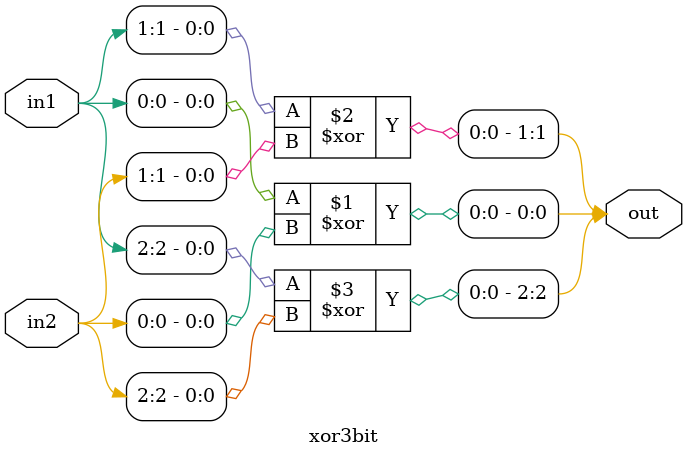
<source format=v>
/*--  *******************************************************
--  Computer Architecture Course, Laboratory Sources 
--  Amirkabir University of Technology (Tehran Polytechnic)
--  Department of Computer Engineering (CE-AUT)
--  https://ce[dot]aut[dot]ac[dot]ir
--  *******************************************************
--  All Rights reserved (C) 2021-2022
--  *******************************************************
--  Student ID  : 9931089
--  Student Name: Fatemeh Abdi n. 
--  Student Mail: fatemehabdina@gmail.com
--  *******************************************************
--  Additional Comments:
--
--*/

/*-----------------------------------------------------------
---  Module Name: decrypt 
-----------------------------------------------------------*/
`timescale 1 ns/1 ns
module decrypt(
 exit,
 token,
 pattern,
 park_number);
input exit;
input [2:0] token;
input [2:0] pattern;
//output  [2:0] park_number;
output reg [2:0] park_number;

/*
wire w1,w2,w3 ;
xor QQ1 ( w1 , token[0] , pattern[0] ) ; 
and qq1 ( park_number[0] , exit , w1 );
xor QQ2 ( w2 , token[1] , pattern[1] ) ; 
and qq2 ( park_number[1] , exit , w2 );
xor QQ3 ( w3 , token[2] , pattern[2] ) ; 
and qq3 ( park_number[2] , exit , w3 );*/

// code abdi
wire [2:0]xor3bit_output;

xor3bit x1(.in1(token ), .in2(pattern) , .out(xor3bit_output));
always @(exit or xor3bit_output)
	begin
		if(exit == 1)
			 park_number = xor3bit_output;
		else 
			 park_number = 3'bxxx;
	
	end
endmodule


module xor3bit(in1 , in2 , out);
input [2:0] in1;
input [2:0] in2;
output [2:0] out;

assign out[0] =(in1[0]^in2[0]) ;
assign out[1] =(in1[1]^in2[1]) ;
assign out[2] =(in1[2]^in2[2]) ;

endmodule
</source>
